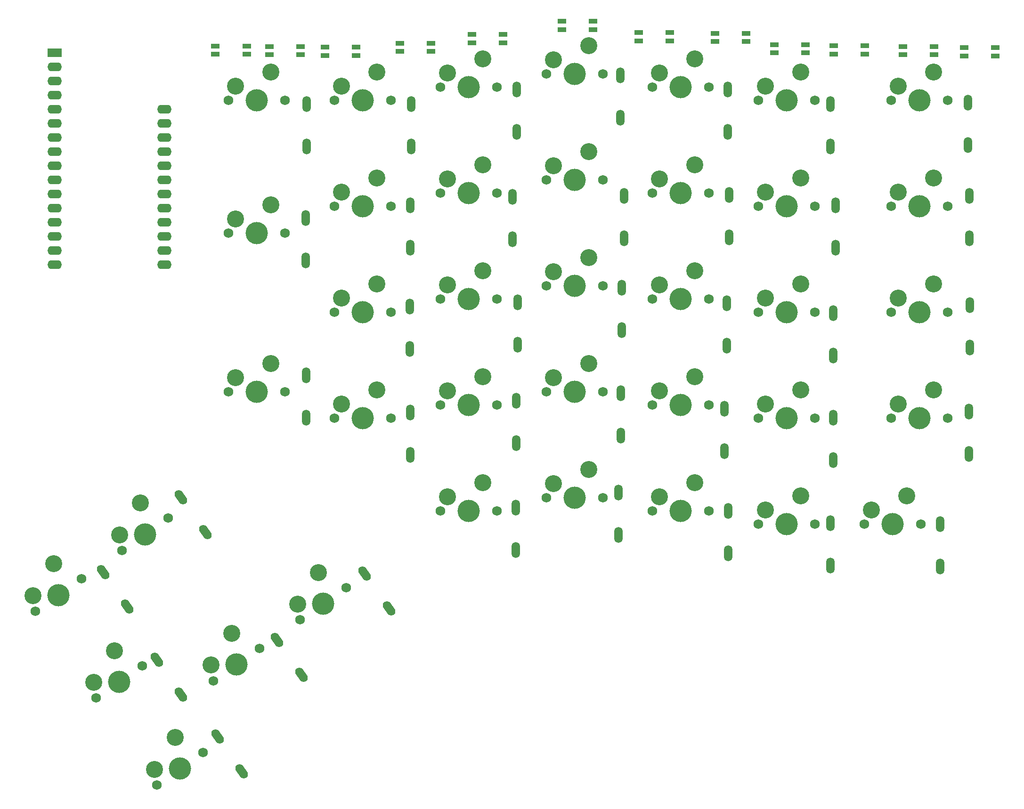
<source format=gbr>
%TF.GenerationSoftware,KiCad,Pcbnew,9.0.1*%
%TF.CreationDate,2025-07-25T20:29:55-04:00*%
%TF.ProjectId,splitboard right,73706c69-7462-46f6-9172-642072696768,rev?*%
%TF.SameCoordinates,Original*%
%TF.FileFunction,Soldermask,Top*%
%TF.FilePolarity,Negative*%
%FSLAX46Y46*%
G04 Gerber Fmt 4.6, Leading zero omitted, Abs format (unit mm)*
G04 Created by KiCad (PCBNEW 9.0.1) date 2025-07-25 20:29:55*
%MOMM*%
%LPD*%
G01*
G04 APERTURE LIST*
G04 Aperture macros list*
%AMRoundRect*
0 Rectangle with rounded corners*
0 $1 Rounding radius*
0 $2 $3 $4 $5 $6 $7 $8 $9 X,Y pos of 4 corners*
0 Add a 4 corners polygon primitive as box body*
4,1,4,$2,$3,$4,$5,$6,$7,$8,$9,$2,$3,0*
0 Add four circle primitives for the rounded corners*
1,1,$1+$1,$2,$3*
1,1,$1+$1,$4,$5*
1,1,$1+$1,$6,$7*
1,1,$1+$1,$8,$9*
0 Add four rect primitives between the rounded corners*
20,1,$1+$1,$2,$3,$4,$5,0*
20,1,$1+$1,$4,$5,$6,$7,0*
20,1,$1+$1,$6,$7,$8,$9,0*
20,1,$1+$1,$8,$9,$2,$3,0*%
%AMHorizOval*
0 Thick line with rounded ends*
0 $1 width*
0 $2 $3 position (X,Y) of the first rounded end (center of the circle)*
0 $4 $5 position (X,Y) of the second rounded end (center of the circle)*
0 Add line between two ends*
20,1,$1,$2,$3,$4,$5,0*
0 Add two circle primitives to create the rounded ends*
1,1,$1,$2,$3*
1,1,$1,$4,$5*%
G04 Aperture macros list end*
%ADD10O,1.524800X2.845600*%
%ADD11C,1.750000*%
%ADD12C,3.050000*%
%ADD13C,4.000000*%
%ADD14R,1.500000X0.820000*%
%ADD15HorizOval,1.524800X-0.378790X0.540968X0.378790X-0.540968X0*%
%ADD16RoundRect,0.250000X-1.050000X-0.550000X1.050000X-0.550000X1.050000X0.550000X-1.050000X0.550000X0*%
%ADD17O,2.600000X1.600000*%
G04 APERTURE END LIST*
D10*
%TO.C,D12*%
X162810000Y-59000000D03*
X162810000Y-51380000D03*
%TD*%
D11*
%TO.C,SW36*%
X38100000Y-126206250D03*
D12*
X37683439Y-123397162D03*
D13*
X42261292Y-123292482D03*
D12*
X41428170Y-117674305D03*
D11*
X46422584Y-120378714D03*
%TD*%
D14*
%TO.C,L50*%
X70510000Y-26070000D03*
X70510000Y-24570000D03*
X76110000Y-24570000D03*
X76110000Y-26070000D03*
%TD*%
D10*
%TO.C,D11*%
X143955000Y-59160000D03*
X143955000Y-51540000D03*
%TD*%
%TO.C,D29*%
X124480000Y-115150000D03*
X124480000Y-107530000D03*
%TD*%
D14*
%TO.C,L39*%
X205110000Y-26390000D03*
X205110000Y-24890000D03*
X210710000Y-24890000D03*
X210710000Y-26390000D03*
%TD*%
D11*
%TO.C,SW34*%
X70094794Y-138686888D03*
D12*
X69678233Y-135877800D03*
D13*
X74256086Y-135773120D03*
D12*
X73422964Y-130154943D03*
D11*
X78417378Y-132859352D03*
%TD*%
D15*
%TO.C,D37*%
X64315052Y-141189628D03*
X59944400Y-134947690D03*
%TD*%
%TO.C,D36*%
X54665326Y-125390969D03*
X50294674Y-119149031D03*
%TD*%
D10*
%TO.C,D4*%
X143320000Y-37440000D03*
X143320000Y-29820000D03*
%TD*%
%TO.C,D5*%
X162550000Y-39970000D03*
X162550000Y-32350000D03*
%TD*%
D11*
%TO.C,SW38*%
X59953263Y-157415943D03*
D12*
X59536702Y-154606855D03*
D13*
X64114555Y-154502175D03*
D12*
X63281433Y-148883998D03*
D11*
X68275847Y-151588407D03*
%TD*%
D10*
%TO.C,D6*%
X181004682Y-42618989D03*
X181004682Y-34998989D03*
%TD*%
D11*
%TO.C,SW27*%
X168124682Y-91508989D03*
D12*
X169394682Y-88968989D03*
D13*
X173204682Y-91508989D03*
D12*
X175744682Y-86428989D03*
D11*
X178284682Y-91508989D03*
%TD*%
%TO.C,SW15*%
X72874682Y-86746489D03*
D12*
X74144682Y-84206489D03*
D13*
X77954682Y-86746489D03*
D12*
X80494682Y-81666489D03*
D11*
X83034682Y-86746489D03*
%TD*%
%TO.C,SW17*%
X110974682Y-70077739D03*
D12*
X112244682Y-67537739D03*
D13*
X116054682Y-70077739D03*
D12*
X118594682Y-64997739D03*
D11*
X121134682Y-70077739D03*
%TD*%
%TO.C,SW4*%
X130024682Y-29596489D03*
D12*
X131294682Y-27056489D03*
D13*
X135104682Y-29596489D03*
D12*
X137644682Y-24516489D03*
D11*
X140184682Y-29596489D03*
%TD*%
D14*
%TO.C,L47*%
X103650000Y-25560250D03*
X103650000Y-24060250D03*
X109250000Y-24060250D03*
X109250000Y-25560250D03*
%TD*%
D11*
%TO.C,SW22*%
X85699640Y-127760257D03*
D12*
X85283079Y-124951169D03*
D13*
X89860932Y-124846489D03*
D12*
X89027810Y-119228312D03*
D11*
X94022224Y-121932721D03*
%TD*%
D14*
%TO.C,L48*%
X90204682Y-26260000D03*
X90204682Y-24760000D03*
X95804682Y-24760000D03*
X95804682Y-26260000D03*
%TD*%
%TO.C,L40*%
X194070000Y-26140250D03*
X194070000Y-24640250D03*
X199670000Y-24640250D03*
X199670000Y-26140250D03*
%TD*%
D10*
%TO.C,D1*%
X86890000Y-42640000D03*
X86890000Y-35020000D03*
%TD*%
%TO.C,D10*%
X123854682Y-59287739D03*
X123854682Y-51667739D03*
%TD*%
D11*
%TO.C,SW10*%
X110974682Y-51027739D03*
D12*
X112244682Y-48487739D03*
D13*
X116054682Y-51027739D03*
D12*
X118594682Y-45947739D03*
D11*
X121134682Y-51027739D03*
%TD*%
%TO.C,SW32*%
X168124682Y-110558989D03*
D12*
X169394682Y-108018989D03*
D13*
X173204682Y-110558989D03*
D12*
X175744682Y-105478989D03*
D11*
X178284682Y-110558989D03*
%TD*%
D14*
%TO.C,L43*%
X160260000Y-23790250D03*
X160260000Y-22290250D03*
X165860000Y-22290250D03*
X165860000Y-23790250D03*
%TD*%
D11*
%TO.C,SW20*%
X168124682Y-72458989D03*
D12*
X169394682Y-69918989D03*
D13*
X173204682Y-72458989D03*
D12*
X175744682Y-67378989D03*
D11*
X178284682Y-72458989D03*
%TD*%
D10*
%TO.C,D30*%
X142904682Y-112506489D03*
X142904682Y-104886489D03*
%TD*%
%TO.C,D15*%
X86810000Y-91360000D03*
X86810000Y-83740000D03*
%TD*%
%TO.C,D8*%
X86700000Y-63130000D03*
X86700000Y-55510000D03*
%TD*%
%TO.C,D31*%
X162670000Y-115740000D03*
X162670000Y-108120000D03*
%TD*%
D11*
%TO.C,SW35*%
X53704847Y-115279619D03*
D12*
X53288286Y-112470531D03*
D13*
X57866139Y-112365851D03*
D12*
X57033017Y-106747674D03*
D11*
X62027431Y-109452083D03*
%TD*%
%TO.C,SW6*%
X168124682Y-34358989D03*
D12*
X169394682Y-31818989D03*
D13*
X173204682Y-34358989D03*
D12*
X175744682Y-29278989D03*
D11*
X178284682Y-34358989D03*
%TD*%
D14*
%TO.C,L45*%
X132760000Y-21640250D03*
X132760000Y-20140250D03*
X138360000Y-20140250D03*
X138360000Y-21640250D03*
%TD*%
D10*
%TO.C,D14*%
X206000000Y-59130000D03*
X206000000Y-51510000D03*
%TD*%
%TO.C,D3*%
X124680000Y-40010000D03*
X124680000Y-32390000D03*
%TD*%
D11*
%TO.C,SW8*%
X72874682Y-58171489D03*
D12*
X74144682Y-55631489D03*
D13*
X77954682Y-58171489D03*
D12*
X80494682Y-53091489D03*
D11*
X83034682Y-58171489D03*
%TD*%
%TO.C,SW12*%
X149074682Y-51027739D03*
D12*
X150344682Y-48487739D03*
D13*
X154154682Y-51027739D03*
D12*
X156694682Y-45947739D03*
D11*
X159234682Y-51027739D03*
%TD*%
D10*
%TO.C,D9*%
X105500000Y-60830000D03*
X105500000Y-53210000D03*
%TD*%
D15*
%TO.C,D35*%
X68685326Y-111960969D03*
X64314674Y-105719031D03*
%TD*%
D10*
%TO.C,D17*%
X124790000Y-78250000D03*
X124790000Y-70630000D03*
%TD*%
%TO.C,D2*%
X105700000Y-42650000D03*
X105700000Y-35030000D03*
%TD*%
D11*
%TO.C,SW26*%
X149074682Y-89127739D03*
D12*
X150344682Y-86587739D03*
D13*
X154154682Y-89127739D03*
D12*
X156694682Y-84047739D03*
D11*
X159234682Y-89127739D03*
%TD*%
%TO.C,SW24*%
X110974682Y-89127739D03*
D12*
X112244682Y-86587739D03*
D13*
X116054682Y-89127739D03*
D12*
X118594682Y-84047739D03*
D11*
X121134682Y-89127739D03*
%TD*%
D10*
%TO.C,D23*%
X105480000Y-98050000D03*
X105480000Y-90430000D03*
%TD*%
D14*
%TO.C,L41*%
X181610000Y-26040000D03*
X181610000Y-24540000D03*
X187210000Y-24540000D03*
X187210000Y-26040000D03*
%TD*%
D11*
%TO.C,SW1*%
X72874682Y-34358989D03*
D12*
X74144682Y-31818989D03*
D13*
X77954682Y-34358989D03*
D12*
X80494682Y-29278989D03*
D11*
X83034682Y-34358989D03*
%TD*%
D10*
%TO.C,D13*%
X181990000Y-60830000D03*
X181990000Y-53210000D03*
%TD*%
D11*
%TO.C,SW28*%
X191937182Y-91508989D03*
D12*
X193207182Y-88968989D03*
D13*
X197017182Y-91508989D03*
D12*
X199557182Y-86428989D03*
D11*
X202097182Y-91508989D03*
%TD*%
%TO.C,SW37*%
X49026632Y-141811096D03*
D12*
X48610071Y-139002008D03*
D13*
X53187924Y-138897328D03*
D12*
X52354802Y-133279151D03*
D11*
X57349216Y-135983560D03*
%TD*%
D14*
%TO.C,L49*%
X80180000Y-26160000D03*
X80180000Y-24660000D03*
X85780000Y-24660000D03*
X85780000Y-26160000D03*
%TD*%
D10*
%TO.C,D25*%
X143390000Y-94620000D03*
X143390000Y-87000000D03*
%TD*%
D15*
%TO.C,D22*%
X101675326Y-125670969D03*
X97304674Y-119429031D03*
%TD*%
D11*
%TO.C,SW30*%
X130024682Y-105796489D03*
D12*
X131294682Y-103256489D03*
D13*
X135104682Y-105796489D03*
D12*
X137644682Y-100716489D03*
D11*
X140184682Y-105796489D03*
%TD*%
D10*
%TO.C,D33*%
X200790000Y-118150000D03*
X200790000Y-110530000D03*
%TD*%
D14*
%TO.C,L46*%
X116600000Y-23980250D03*
X116600000Y-22480250D03*
X122200000Y-22480250D03*
X122200000Y-23980250D03*
%TD*%
D11*
%TO.C,SW2*%
X91924682Y-34358989D03*
D12*
X93194682Y-31818989D03*
D13*
X97004682Y-34358989D03*
D12*
X99544682Y-29278989D03*
D11*
X102084682Y-34358989D03*
%TD*%
%TO.C,SW23*%
X91924682Y-91508989D03*
D12*
X93194682Y-88968989D03*
D13*
X97004682Y-91508989D03*
D12*
X99544682Y-86428989D03*
D11*
X102084682Y-91508989D03*
%TD*%
%TO.C,SW33*%
X187174682Y-110558989D03*
D12*
X188444682Y-108018989D03*
D13*
X192254682Y-110558989D03*
D12*
X194794682Y-105478989D03*
D11*
X197334682Y-110558989D03*
%TD*%
D14*
%TO.C,L42*%
X170990000Y-25800000D03*
X170990000Y-24300000D03*
X176590000Y-24300000D03*
X176590000Y-25800000D03*
%TD*%
D11*
%TO.C,SW5*%
X149074682Y-31977739D03*
D12*
X150344682Y-29437739D03*
D13*
X154154682Y-31977739D03*
D12*
X156694682Y-26897739D03*
D11*
X159234682Y-31977739D03*
%TD*%
D16*
%TO.C,A1*%
X41610000Y-25820000D03*
D17*
X41610000Y-28360000D03*
X41610000Y-30900000D03*
X41610000Y-33440000D03*
X41610000Y-35980000D03*
X41610000Y-38520000D03*
X41610000Y-41060000D03*
X41610000Y-43600000D03*
X41610000Y-46140000D03*
X41610000Y-48680000D03*
X41610000Y-51220000D03*
X41610000Y-53760000D03*
X41610000Y-56300000D03*
X41610000Y-58840000D03*
X41610000Y-61380000D03*
X41610000Y-63920000D03*
X61330000Y-63920000D03*
X61330000Y-61380000D03*
X61330000Y-58840000D03*
X61330000Y-56300000D03*
X61330000Y-53760000D03*
X61330000Y-51220000D03*
X61330000Y-48680000D03*
X61330000Y-46140000D03*
X61330000Y-43600000D03*
X61330000Y-41060000D03*
X61330000Y-38520000D03*
X61330000Y-35980000D03*
%TD*%
D15*
%TO.C,D38*%
X75220652Y-154991938D03*
X70850000Y-148750000D03*
%TD*%
D10*
%TO.C,D7*%
X205740000Y-42350000D03*
X205740000Y-34730000D03*
%TD*%
D11*
%TO.C,SW16*%
X91924682Y-72458989D03*
D12*
X93194682Y-69918989D03*
D13*
X97004682Y-72458989D03*
D12*
X99544682Y-67378989D03*
D11*
X102084682Y-72458989D03*
%TD*%
%TO.C,SW18*%
X130024682Y-67696489D03*
D12*
X131294682Y-65156489D03*
D13*
X135104682Y-67696489D03*
D12*
X137644682Y-62616489D03*
D11*
X140184682Y-67696489D03*
%TD*%
D10*
%TO.C,D19*%
X162430000Y-78440000D03*
X162430000Y-70820000D03*
%TD*%
D11*
%TO.C,SW14*%
X191937182Y-53408989D03*
D12*
X193207182Y-50868989D03*
D13*
X197017182Y-53408989D03*
D12*
X199557182Y-48328989D03*
D11*
X202097182Y-53408989D03*
%TD*%
%TO.C,SW31*%
X149074682Y-108177739D03*
D12*
X150344682Y-105637739D03*
D13*
X154154682Y-108177739D03*
D12*
X156694682Y-103097739D03*
D11*
X159234682Y-108177739D03*
%TD*%
%TO.C,SW21*%
X191937182Y-72458989D03*
D12*
X193207182Y-69918989D03*
D13*
X197017182Y-72458989D03*
D12*
X199557182Y-67378989D03*
D11*
X202097182Y-72458989D03*
%TD*%
%TO.C,SW7*%
X191937182Y-34358989D03*
D12*
X193207182Y-31818989D03*
D13*
X197017182Y-34358989D03*
D12*
X199557182Y-29278989D03*
D11*
X202097182Y-34358989D03*
%TD*%
%TO.C,SW11*%
X130024682Y-48646489D03*
D12*
X131294682Y-46106489D03*
D13*
X135104682Y-48646489D03*
D12*
X137644682Y-43566489D03*
D11*
X140184682Y-48646489D03*
%TD*%
D10*
%TO.C,D26*%
X161954682Y-97387739D03*
X161954682Y-89767739D03*
%TD*%
D11*
%TO.C,SW19*%
X149074682Y-70077739D03*
D12*
X150344682Y-67537739D03*
D13*
X154154682Y-70077739D03*
D12*
X156694682Y-64997739D03*
D11*
X159234682Y-70077739D03*
%TD*%
%TO.C,SW13*%
X168124682Y-53408989D03*
D12*
X169394682Y-50868989D03*
D13*
X173204682Y-53408989D03*
D12*
X175744682Y-48328989D03*
D11*
X178284682Y-53408989D03*
%TD*%
%TO.C,SW29*%
X110974682Y-108177739D03*
D12*
X112244682Y-105637739D03*
D13*
X116054682Y-108177739D03*
D12*
X118594682Y-103097739D03*
D11*
X121134682Y-108177739D03*
%TD*%
D10*
%TO.C,D32*%
X181004682Y-117970000D03*
X181004682Y-110350000D03*
%TD*%
%TO.C,D24*%
X124590000Y-95950000D03*
X124590000Y-88330000D03*
%TD*%
D14*
%TO.C,L44*%
X146580000Y-23670000D03*
X146580000Y-22170000D03*
X152180000Y-22170000D03*
X152180000Y-23670000D03*
%TD*%
D11*
%TO.C,SW9*%
X91924682Y-53408989D03*
D12*
X93194682Y-50868989D03*
D13*
X97004682Y-53408989D03*
D12*
X99544682Y-48328989D03*
D11*
X102084682Y-53408989D03*
%TD*%
D15*
%TO.C,D34*%
X85935326Y-137640969D03*
X81564674Y-131399031D03*
%TD*%
D10*
%TO.C,D18*%
X143530000Y-75670000D03*
X143530000Y-68050000D03*
%TD*%
%TO.C,D27*%
X181580000Y-98980000D03*
X181580000Y-91360000D03*
%TD*%
D11*
%TO.C,SW25*%
X130024682Y-86746489D03*
D12*
X131294682Y-84206489D03*
D13*
X135104682Y-86746489D03*
D12*
X137644682Y-81666489D03*
D11*
X140184682Y-86746489D03*
%TD*%
D10*
%TO.C,D16*%
X105400000Y-79010000D03*
X105400000Y-71390000D03*
%TD*%
%TO.C,D20*%
X181540000Y-80210000D03*
X181540000Y-72590000D03*
%TD*%
%TO.C,D28*%
X205970000Y-97910000D03*
X205970000Y-90290000D03*
%TD*%
%TO.C,D21*%
X206140000Y-78760000D03*
X206140000Y-71140000D03*
%TD*%
D11*
%TO.C,SW3*%
X110974682Y-31977739D03*
D12*
X112244682Y-29437739D03*
D13*
X116054682Y-31977739D03*
D12*
X118594682Y-26897739D03*
D11*
X121134682Y-31977739D03*
%TD*%
M02*

</source>
